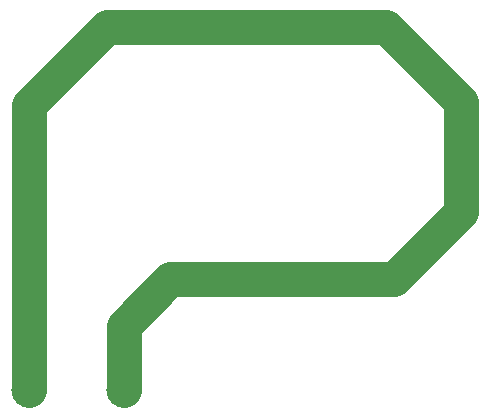
<source format=gtl>
G04 Layer: TopLayer*
G04 EasyEDA v6.3.22, 2020-02-29T17:43:10--3:00*
G04 42dd8eb0ffde45be8080dd5bf8d8e67e,fdc4cbcaf1724b0e88a05afc811bf769,NaN*
G04 Gerber Generator version 0.2*
G04 Scale: 100 percent, Rotated: No, Reflected: No *
G04 Dimensions in millimeters *
G04 leading zeros omitted , absolute positions ,3 integer and 3 decimal *
%FSLAX33Y33*%
%MOMM*%
G90*
G71D02*

%ADD11C,2.999994*%

%LPD*%
G54D11*
G01X20447Y27686D02*
G01X20447Y51816D01*
G01X27051Y58420D01*
G01X50673Y58420D01*
G01X57023Y52070D01*
G01X57023Y42799D01*
G01X51308Y37084D01*
G01X32385Y37084D01*
G01X28448Y33147D01*
G01X28448Y27686D01*
G01X20447Y27686D03*
G01X28448Y27686D03*
M00*
M02*

</source>
